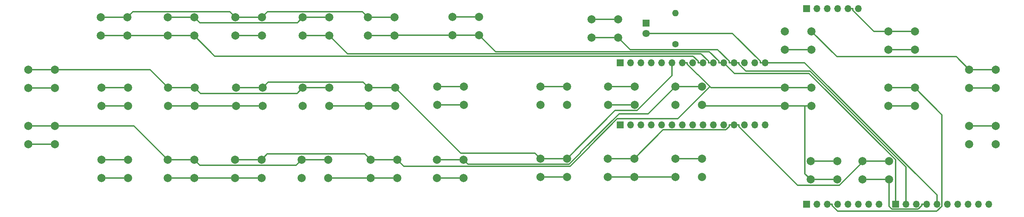
<source format=gbr>
G04 #@! TF.GenerationSoftware,KiCad,Pcbnew,(5.0.2)-1*
G04 #@! TF.CreationDate,2019-08-02T19:21:12-04:00*
G04 #@! TF.ProjectId,A-10C-UFC,412d3130-432d-4554-9643-2e6b69636164,1.2*
G04 #@! TF.SameCoordinates,Original*
G04 #@! TF.FileFunction,Copper,L1,Top*
G04 #@! TF.FilePolarity,Positive*
%FSLAX46Y46*%
G04 Gerber Fmt 4.6, Leading zero omitted, Abs format (unit mm)*
G04 Created by KiCad (PCBNEW (5.0.2)-1) date 8/2/2019 7:21:12 PM*
%MOMM*%
%LPD*%
G01*
G04 APERTURE LIST*
G04 #@! TA.AperFunction,ComponentPad*
%ADD10C,2.000000*%
G04 #@! TD*
G04 #@! TA.AperFunction,ComponentPad*
%ADD11R,1.800000X1.800000*%
G04 #@! TD*
G04 #@! TA.AperFunction,ComponentPad*
%ADD12C,1.800000*%
G04 #@! TD*
G04 #@! TA.AperFunction,ComponentPad*
%ADD13R,1.700000X1.700000*%
G04 #@! TD*
G04 #@! TA.AperFunction,ComponentPad*
%ADD14O,1.700000X1.700000*%
G04 #@! TD*
G04 #@! TA.AperFunction,ComponentPad*
%ADD15C,1.600000*%
G04 #@! TD*
G04 #@! TA.AperFunction,ComponentPad*
%ADD16O,1.600000X1.600000*%
G04 #@! TD*
G04 #@! TA.AperFunction,Conductor*
%ADD17C,0.300000*%
G04 #@! TD*
G04 APERTURE END LIST*
D10*
G04 #@! TO.P,SW24,1*
G04 #@! TO.N,/Row6*
X219479000Y-85471000D03*
G04 #@! TO.P,SW24,2*
G04 #@! TO.N,/Col4*
X219479000Y-89971000D03*
G04 #@! TO.P,SW24,1*
G04 #@! TO.N,/Row6*
X212979000Y-85471000D03*
G04 #@! TO.P,SW24,2*
G04 #@! TO.N,/Col4*
X212979000Y-89971000D03*
G04 #@! TD*
G04 #@! TO.P,SW22,2*
G04 #@! TO.N,/Col4*
X196342000Y-107624000D03*
G04 #@! TO.P,SW22,1*
G04 #@! TO.N,/Row4*
X196342000Y-103124000D03*
G04 #@! TO.P,SW22,2*
G04 #@! TO.N,/Col4*
X202842000Y-107624000D03*
G04 #@! TO.P,SW22,1*
G04 #@! TO.N,/Row4*
X202842000Y-103124000D03*
G04 #@! TD*
G04 #@! TO.P,SW12,1*
G04 #@! TO.N,/Row6*
X144549000Y-68453000D03*
G04 #@! TO.P,SW12,2*
G04 #@! TO.N,/Col2*
X144549000Y-72953000D03*
G04 #@! TO.P,SW12,1*
G04 #@! TO.N,/Row6*
X138049000Y-68453000D03*
G04 #@! TO.P,SW12,2*
G04 #@! TO.N,/Col2*
X138049000Y-72953000D03*
G04 #@! TD*
G04 #@! TO.P,SW25,1*
G04 #@! TO.N,/Row1*
X219352000Y-103124000D03*
G04 #@! TO.P,SW25,2*
G04 #@! TO.N,/Col5*
X219352000Y-107624000D03*
G04 #@! TO.P,SW25,1*
G04 #@! TO.N,/Row1*
X212852000Y-103124000D03*
G04 #@! TO.P,SW25,2*
G04 #@! TO.N,/Col5*
X212852000Y-107624000D03*
G04 #@! TD*
G04 #@! TO.P,SW31,2*
G04 #@! TO.N,/Col6*
X275336000Y-108259000D03*
G04 #@! TO.P,SW31,1*
G04 #@! TO.N,/Row1*
X275336000Y-103759000D03*
G04 #@! TO.P,SW31,2*
G04 #@! TO.N,/Col6*
X281836000Y-108259000D03*
G04 #@! TO.P,SW31,1*
G04 #@! TO.N,/Row1*
X281836000Y-103759000D03*
G04 #@! TD*
G04 #@! TO.P,SW23,1*
G04 #@! TO.N,/Row5*
X215415000Y-68961000D03*
G04 #@! TO.P,SW23,2*
G04 #@! TO.N,/Col4*
X215415000Y-73461000D03*
G04 #@! TO.P,SW23,1*
G04 #@! TO.N,/Row5*
X208915000Y-68961000D03*
G04 #@! TO.P,SW23,2*
G04 #@! TO.N,/Col4*
X208915000Y-73461000D03*
G04 #@! TD*
G04 #@! TO.P,SW32,2*
G04 #@! TO.N,/Col6*
X281686000Y-76382000D03*
G04 #@! TO.P,SW32,1*
G04 #@! TO.N,/Row2*
X281686000Y-71882000D03*
G04 #@! TO.P,SW32,2*
G04 #@! TO.N,/Col6*
X288186000Y-76382000D03*
G04 #@! TO.P,SW32,1*
G04 #@! TO.N,/Row2*
X288186000Y-71882000D03*
G04 #@! TD*
G04 #@! TO.P,SW14,1*
G04 #@! TO.N,/Row2*
X144295000Y-103378000D03*
G04 #@! TO.P,SW14,2*
G04 #@! TO.N,/Col3*
X144295000Y-107878000D03*
G04 #@! TO.P,SW14,1*
G04 #@! TO.N,/Row2*
X137795000Y-103378000D03*
G04 #@! TO.P,SW14,2*
G04 #@! TO.N,/Col3*
X137795000Y-107878000D03*
G04 #@! TD*
G04 #@! TO.P,SW16,1*
G04 #@! TO.N,/Row4*
X160678000Y-85725000D03*
G04 #@! TO.P,SW16,2*
G04 #@! TO.N,/Col3*
X160678000Y-90225000D03*
G04 #@! TO.P,SW16,1*
G04 #@! TO.N,/Row4*
X154178000Y-85725000D03*
G04 #@! TO.P,SW16,2*
G04 #@! TO.N,/Col3*
X154178000Y-90225000D03*
G04 #@! TD*
G04 #@! TO.P,SW2,1*
G04 #@! TO.N,/Row2*
X77239000Y-95123000D03*
G04 #@! TO.P,SW2,2*
G04 #@! TO.N,/Col1*
X77239000Y-99623000D03*
G04 #@! TO.P,SW2,1*
G04 #@! TO.N,/Row2*
X70739000Y-95123000D03*
G04 #@! TO.P,SW2,2*
G04 #@! TO.N,/Col1*
X70739000Y-99623000D03*
G04 #@! TD*
G04 #@! TO.P,SW35,1*
G04 #@! TO.N,/Row5*
X307998000Y-95123000D03*
G04 #@! TO.P,SW35,2*
G04 #@! TO.N,/Col6*
X307998000Y-99623000D03*
G04 #@! TO.P,SW35,1*
G04 #@! TO.N,/Row5*
X301498000Y-95123000D03*
G04 #@! TO.P,SW35,2*
G04 #@! TO.N,/Col6*
X301498000Y-99623000D03*
G04 #@! TD*
G04 #@! TO.P,SW17,2*
G04 #@! TO.N,/Col3*
X154686000Y-107878000D03*
G04 #@! TO.P,SW17,1*
G04 #@! TO.N,/Row5*
X154686000Y-103378000D03*
G04 #@! TO.P,SW17,2*
G04 #@! TO.N,/Col3*
X161186000Y-107878000D03*
G04 #@! TO.P,SW17,1*
G04 #@! TO.N,/Row5*
X161186000Y-103378000D03*
G04 #@! TD*
G04 #@! TO.P,SW15,1*
G04 #@! TO.N,/Row3*
X160551000Y-68453000D03*
G04 #@! TO.P,SW15,2*
G04 #@! TO.N,/Col3*
X160551000Y-72953000D03*
G04 #@! TO.P,SW15,1*
G04 #@! TO.N,/Row3*
X154051000Y-68453000D03*
G04 #@! TO.P,SW15,2*
G04 #@! TO.N,/Col3*
X154051000Y-72953000D03*
G04 #@! TD*
G04 #@! TO.P,SW8,2*
G04 #@! TO.N,/Col2*
X104902000Y-107878000D03*
G04 #@! TO.P,SW8,1*
G04 #@! TO.N,/Row2*
X104902000Y-103378000D03*
G04 #@! TO.P,SW8,2*
G04 #@! TO.N,/Col2*
X111402000Y-107878000D03*
G04 #@! TO.P,SW8,1*
G04 #@! TO.N,/Row2*
X111402000Y-103378000D03*
G04 #@! TD*
G04 #@! TO.P,SW29,2*
G04 #@! TO.N,/Col5*
X256286000Y-90225000D03*
G04 #@! TO.P,SW29,1*
G04 #@! TO.N,/Row5*
X256286000Y-85725000D03*
G04 #@! TO.P,SW29,2*
G04 #@! TO.N,/Col5*
X262786000Y-90225000D03*
G04 #@! TO.P,SW29,1*
G04 #@! TO.N,/Row5*
X262786000Y-85725000D03*
G04 #@! TD*
G04 #@! TO.P,SW11,1*
G04 #@! TO.N,/Row5*
X127912000Y-103378000D03*
G04 #@! TO.P,SW11,2*
G04 #@! TO.N,/Col2*
X127912000Y-107878000D03*
G04 #@! TO.P,SW11,1*
G04 #@! TO.N,/Row5*
X121412000Y-103378000D03*
G04 #@! TO.P,SW11,2*
G04 #@! TO.N,/Col2*
X121412000Y-107878000D03*
G04 #@! TD*
G04 #@! TO.P,SW3,1*
G04 #@! TO.N,/Row3*
X95019000Y-68453000D03*
G04 #@! TO.P,SW3,2*
G04 #@! TO.N,/Col1*
X95019000Y-72953000D03*
G04 #@! TO.P,SW3,1*
G04 #@! TO.N,/Row3*
X88519000Y-68453000D03*
G04 #@! TO.P,SW3,2*
G04 #@! TO.N,/Col1*
X88519000Y-72953000D03*
G04 #@! TD*
G04 #@! TO.P,SW6,2*
G04 #@! TO.N,/Col1*
X104902000Y-72953000D03*
G04 #@! TO.P,SW6,1*
G04 #@! TO.N,/Row6*
X104902000Y-68453000D03*
G04 #@! TO.P,SW6,2*
G04 #@! TO.N,/Col1*
X111402000Y-72953000D03*
G04 #@! TO.P,SW6,1*
G04 #@! TO.N,/Row6*
X111402000Y-68453000D03*
G04 #@! TD*
G04 #@! TO.P,SW18,2*
G04 #@! TO.N,/Col3*
X174752000Y-72826000D03*
G04 #@! TO.P,SW18,1*
G04 #@! TO.N,/Row6*
X174752000Y-68326000D03*
G04 #@! TO.P,SW18,2*
G04 #@! TO.N,/Col3*
X181252000Y-72826000D03*
G04 #@! TO.P,SW18,1*
G04 #@! TO.N,/Row6*
X181252000Y-68326000D03*
G04 #@! TD*
D11*
G04 #@! TO.P,D1,1*
G04 #@! TO.N,Net-(D1-Pad1)*
X222250000Y-69850000D03*
D12*
G04 #@! TO.P,D1,2*
G04 #@! TO.N,/MastCaut*
X222250000Y-72390000D03*
G04 #@! TD*
D10*
G04 #@! TO.P,SW19,2*
G04 #@! TO.N,/Col4*
X171069000Y-89971000D03*
G04 #@! TO.P,SW19,1*
G04 #@! TO.N,/Row1*
X171069000Y-85471000D03*
G04 #@! TO.P,SW19,2*
G04 #@! TO.N,/Col4*
X177569000Y-89971000D03*
G04 #@! TO.P,SW19,1*
G04 #@! TO.N,/Row1*
X177569000Y-85471000D03*
G04 #@! TD*
G04 #@! TO.P,SW33,2*
G04 #@! TO.N,/Col6*
X281686000Y-90225000D03*
G04 #@! TO.P,SW33,1*
G04 #@! TO.N,/Row3*
X281686000Y-85725000D03*
G04 #@! TO.P,SW33,2*
G04 #@! TO.N,/Col6*
X288186000Y-90225000D03*
G04 #@! TO.P,SW33,1*
G04 #@! TO.N,/Row3*
X288186000Y-85725000D03*
G04 #@! TD*
G04 #@! TO.P,SW20,2*
G04 #@! TO.N,/Col4*
X170942000Y-107878000D03*
G04 #@! TO.P,SW20,1*
G04 #@! TO.N,/Row2*
X170942000Y-103378000D03*
G04 #@! TO.P,SW20,2*
G04 #@! TO.N,/Col4*
X177442000Y-107878000D03*
G04 #@! TO.P,SW20,1*
G04 #@! TO.N,/Row2*
X177442000Y-103378000D03*
G04 #@! TD*
G04 #@! TO.P,SW7,2*
G04 #@! TO.N,/Col2*
X105029000Y-90225000D03*
G04 #@! TO.P,SW7,1*
G04 #@! TO.N,/Row1*
X105029000Y-85725000D03*
G04 #@! TO.P,SW7,2*
G04 #@! TO.N,/Col2*
X111529000Y-90225000D03*
G04 #@! TO.P,SW7,1*
G04 #@! TO.N,/Row1*
X111529000Y-85725000D03*
G04 #@! TD*
G04 #@! TO.P,SW30,2*
G04 #@! TO.N,/Col5*
X262636000Y-108259000D03*
G04 #@! TO.P,SW30,1*
G04 #@! TO.N,/Row6*
X262636000Y-103759000D03*
G04 #@! TO.P,SW30,2*
G04 #@! TO.N,/Col5*
X269136000Y-108259000D03*
G04 #@! TO.P,SW30,1*
G04 #@! TO.N,/Row6*
X269136000Y-103759000D03*
G04 #@! TD*
G04 #@! TO.P,SW13,1*
G04 #@! TO.N,/Row1*
X144549000Y-85725000D03*
G04 #@! TO.P,SW13,2*
G04 #@! TO.N,/Col3*
X144549000Y-90225000D03*
G04 #@! TO.P,SW13,1*
G04 #@! TO.N,/Row1*
X138049000Y-85725000D03*
G04 #@! TO.P,SW13,2*
G04 #@! TO.N,/Col3*
X138049000Y-90225000D03*
G04 #@! TD*
G04 #@! TO.P,SW10,2*
G04 #@! TO.N,/Col2*
X121666000Y-90225000D03*
G04 #@! TO.P,SW10,1*
G04 #@! TO.N,/Row4*
X121666000Y-85725000D03*
G04 #@! TO.P,SW10,2*
G04 #@! TO.N,/Col2*
X128166000Y-90225000D03*
G04 #@! TO.P,SW10,1*
G04 #@! TO.N,/Row4*
X128166000Y-85725000D03*
G04 #@! TD*
D13*
G04 #@! TO.P,J2,1*
G04 #@! TO.N,/Col3*
X283464000Y-114300000D03*
D14*
G04 #@! TO.P,J2,2*
G04 #@! TO.N,/Col4*
X286004000Y-114300000D03*
G04 #@! TO.P,J2,3*
G04 #@! TO.N,/Col5*
X288544000Y-114300000D03*
G04 #@! TO.P,J2,4*
G04 #@! TO.N,/Col6*
X291084000Y-114300000D03*
G04 #@! TO.P,J2,5*
G04 #@! TO.N,/MastCaut*
X293624000Y-114300000D03*
G04 #@! TO.P,J2,6*
G04 #@! TO.N,Net-(J2-Pad6)*
X296164000Y-114300000D03*
G04 #@! TO.P,J2,7*
G04 #@! TO.N,GND*
X298704000Y-114300000D03*
G04 #@! TO.P,J2,8*
G04 #@! TO.N,Net-(J2-Pad8)*
X301244000Y-114300000D03*
G04 #@! TO.P,J2,9*
G04 #@! TO.N,Net-(J2-Pad9)*
X303784000Y-114300000D03*
G04 #@! TO.P,J2,10*
G04 #@! TO.N,Net-(J2-Pad10)*
X306324000Y-114300000D03*
G04 #@! TD*
D10*
G04 #@! TO.P,SW27,1*
G04 #@! TO.N,/Row3*
X235989000Y-103124000D03*
G04 #@! TO.P,SW27,2*
G04 #@! TO.N,/Col5*
X235989000Y-107624000D03*
G04 #@! TO.P,SW27,1*
G04 #@! TO.N,/Row3*
X229489000Y-103124000D03*
G04 #@! TO.P,SW27,2*
G04 #@! TO.N,/Col5*
X229489000Y-107624000D03*
G04 #@! TD*
G04 #@! TO.P,SW9,2*
G04 #@! TO.N,/Col2*
X121539000Y-72953000D03*
G04 #@! TO.P,SW9,1*
G04 #@! TO.N,/Row3*
X121539000Y-68453000D03*
G04 #@! TO.P,SW9,2*
G04 #@! TO.N,/Col2*
X128039000Y-72953000D03*
G04 #@! TO.P,SW9,1*
G04 #@! TO.N,/Row3*
X128039000Y-68453000D03*
G04 #@! TD*
G04 #@! TO.P,SW34,1*
G04 #@! TO.N,/Row4*
X307998000Y-81280000D03*
G04 #@! TO.P,SW34,2*
G04 #@! TO.N,/Col6*
X307998000Y-85780000D03*
G04 #@! TO.P,SW34,1*
G04 #@! TO.N,/Row4*
X301498000Y-81280000D03*
G04 #@! TO.P,SW34,2*
G04 #@! TO.N,/Col6*
X301498000Y-85780000D03*
G04 #@! TD*
D13*
G04 #@! TO.P,J3,1*
G04 #@! TO.N,Net-(J3-Pad1)*
X261620000Y-66344800D03*
D14*
G04 #@! TO.P,J3,2*
G04 #@! TO.N,Net-(J3-Pad2)*
X264160000Y-66344800D03*
G04 #@! TO.P,J3,3*
G04 #@! TO.N,Net-(J3-Pad3)*
X266700000Y-66344800D03*
G04 #@! TO.P,J3,4*
G04 #@! TO.N,Net-(J3-Pad4)*
X269240000Y-66344800D03*
G04 #@! TO.P,J3,5*
G04 #@! TO.N,/Row2*
X271780000Y-66344800D03*
G04 #@! TO.P,J3,6*
G04 #@! TO.N,/Row1*
X274320000Y-66344800D03*
G04 #@! TD*
D15*
G04 #@! TO.P,R1,1*
G04 #@! TO.N,GND*
X229489000Y-75057000D03*
D16*
G04 #@! TO.P,R1,2*
G04 #@! TO.N,Net-(D1-Pad1)*
X229489000Y-67437000D03*
G04 #@! TD*
D10*
G04 #@! TO.P,SW5,2*
G04 #@! TO.N,/Col1*
X88646000Y-107878000D03*
G04 #@! TO.P,SW5,1*
G04 #@! TO.N,/Row5*
X88646000Y-103378000D03*
G04 #@! TO.P,SW5,2*
G04 #@! TO.N,/Col1*
X95146000Y-107878000D03*
G04 #@! TO.P,SW5,1*
G04 #@! TO.N,/Row5*
X95146000Y-103378000D03*
G04 #@! TD*
G04 #@! TO.P,SW28,2*
G04 #@! TO.N,/Col5*
X256286000Y-76382000D03*
G04 #@! TO.P,SW28,1*
G04 #@! TO.N,/Row4*
X256286000Y-71882000D03*
G04 #@! TO.P,SW28,2*
G04 #@! TO.N,/Col5*
X262786000Y-76382000D03*
G04 #@! TO.P,SW28,1*
G04 #@! TO.N,/Row4*
X262786000Y-71882000D03*
G04 #@! TD*
G04 #@! TO.P,SW21,2*
G04 #@! TO.N,/Col4*
X196342000Y-89971000D03*
G04 #@! TO.P,SW21,1*
G04 #@! TO.N,/Row3*
X196342000Y-85471000D03*
G04 #@! TO.P,SW21,2*
G04 #@! TO.N,/Col4*
X202842000Y-89971000D03*
G04 #@! TO.P,SW21,1*
G04 #@! TO.N,/Row3*
X202842000Y-85471000D03*
G04 #@! TD*
D13*
G04 #@! TO.P,J1,1*
G04 #@! TO.N,Net-(J1-Pad1)*
X261620000Y-114300000D03*
D14*
G04 #@! TO.P,J1,2*
G04 #@! TO.N,Net-(J1-Pad2)*
X264160000Y-114300000D03*
G04 #@! TO.P,J1,3*
G04 #@! TO.N,/Row3*
X266700000Y-114300000D03*
G04 #@! TO.P,J1,4*
G04 #@! TO.N,/Row4*
X269240000Y-114300000D03*
G04 #@! TO.P,J1,5*
G04 #@! TO.N,/Row5*
X271780000Y-114300000D03*
G04 #@! TO.P,J1,6*
G04 #@! TO.N,/Row6*
X274320000Y-114300000D03*
G04 #@! TO.P,J1,7*
G04 #@! TO.N,/Col1*
X276860000Y-114300000D03*
G04 #@! TO.P,J1,8*
G04 #@! TO.N,/Col2*
X279400000Y-114300000D03*
G04 #@! TD*
D10*
G04 #@! TO.P,SW1,1*
G04 #@! TO.N,/Row1*
X77239000Y-81280000D03*
G04 #@! TO.P,SW1,2*
G04 #@! TO.N,/Col1*
X77239000Y-85780000D03*
G04 #@! TO.P,SW1,1*
G04 #@! TO.N,/Row1*
X70739000Y-81280000D03*
G04 #@! TO.P,SW1,2*
G04 #@! TO.N,/Col1*
X70739000Y-85780000D03*
G04 #@! TD*
G04 #@! TO.P,SW4,1*
G04 #@! TO.N,/Row4*
X95146000Y-85725000D03*
G04 #@! TO.P,SW4,2*
G04 #@! TO.N,/Col1*
X95146000Y-90225000D03*
G04 #@! TO.P,SW4,1*
G04 #@! TO.N,/Row4*
X88646000Y-85725000D03*
G04 #@! TO.P,SW4,2*
G04 #@! TO.N,/Col1*
X88646000Y-90225000D03*
G04 #@! TD*
G04 #@! TO.P,SW26,1*
G04 #@! TO.N,/Row2*
X235989000Y-85471000D03*
G04 #@! TO.P,SW26,2*
G04 #@! TO.N,/Col5*
X235989000Y-89971000D03*
G04 #@! TO.P,SW26,1*
G04 #@! TO.N,/Row2*
X229489000Y-85471000D03*
G04 #@! TO.P,SW26,2*
G04 #@! TO.N,/Col5*
X229489000Y-89971000D03*
G04 #@! TD*
D14*
G04 #@! TO.P,J4,15*
G04 #@! TO.N,/MastCaut*
X251460000Y-79603600D03*
G04 #@! TO.P,J4,14*
G04 #@! TO.N,/Col6*
X248920000Y-79603600D03*
G04 #@! TO.P,J4,13*
G04 #@! TO.N,/Col5*
X246380000Y-79603600D03*
G04 #@! TO.P,J4,12*
G04 #@! TO.N,/Col4*
X243840000Y-79603600D03*
G04 #@! TO.P,J4,11*
G04 #@! TO.N,/Col3*
X241300000Y-79603600D03*
G04 #@! TO.P,J4,10*
G04 #@! TO.N,/Col2*
X238760000Y-79603600D03*
G04 #@! TO.P,J4,9*
G04 #@! TO.N,/Col1*
X236220000Y-79603600D03*
G04 #@! TO.P,J4,8*
G04 #@! TO.N,/Row6*
X233680000Y-79603600D03*
G04 #@! TO.P,J4,7*
G04 #@! TO.N,/Row5*
X231140000Y-79603600D03*
G04 #@! TO.P,J4,6*
G04 #@! TO.N,/Row4*
X228600000Y-79603600D03*
G04 #@! TO.P,J4,5*
G04 #@! TO.N,/Row3*
X226060000Y-79603600D03*
G04 #@! TO.P,J4,4*
G04 #@! TO.N,GND*
X223520000Y-79603600D03*
G04 #@! TO.P,J4,3*
G04 #@! TO.N,Net-(J4-Pad3)*
X220980000Y-79603600D03*
G04 #@! TO.P,J4,2*
G04 #@! TO.N,Net-(J4-Pad2)*
X218440000Y-79603600D03*
D13*
G04 #@! TO.P,J4,1*
G04 #@! TO.N,Net-(J4-Pad1)*
X215900000Y-79603600D03*
G04 #@! TD*
G04 #@! TO.P,J5,1*
G04 #@! TO.N,Net-(J5-Pad1)*
X215900000Y-94869000D03*
D14*
G04 #@! TO.P,J5,2*
G04 #@! TO.N,GND*
X218440000Y-94869000D03*
G04 #@! TO.P,J5,3*
G04 #@! TO.N,Net-(J5-Pad3)*
X220980000Y-94869000D03*
G04 #@! TO.P,J5,4*
G04 #@! TO.N,Net-(J5-Pad4)*
X223520000Y-94869000D03*
G04 #@! TO.P,J5,5*
G04 #@! TO.N,Net-(J5-Pad5)*
X226060000Y-94869000D03*
G04 #@! TO.P,J5,6*
G04 #@! TO.N,Net-(J5-Pad6)*
X228600000Y-94869000D03*
G04 #@! TO.P,J5,7*
G04 #@! TO.N,Net-(J5-Pad7)*
X231140000Y-94869000D03*
G04 #@! TO.P,J5,8*
G04 #@! TO.N,Net-(J5-Pad8)*
X233680000Y-94869000D03*
G04 #@! TO.P,J5,9*
G04 #@! TO.N,Net-(J5-Pad9)*
X236220000Y-94869000D03*
G04 #@! TO.P,J5,10*
G04 #@! TO.N,Net-(J5-Pad10)*
X238760000Y-94869000D03*
G04 #@! TO.P,J5,11*
G04 #@! TO.N,/Row2*
X241300000Y-94869000D03*
G04 #@! TO.P,J5,12*
G04 #@! TO.N,/Row1*
X243840000Y-94869000D03*
G04 #@! TO.P,J5,13*
G04 #@! TO.N,Net-(J5-Pad13)*
X246380000Y-94869000D03*
G04 #@! TO.P,J5,14*
G04 #@! TO.N,Net-(J5-Pad14)*
X248920000Y-94869000D03*
G04 #@! TO.P,J5,15*
G04 #@! TO.N,Net-(J5-Pad15)*
X251460000Y-94869000D03*
G04 #@! TD*
D17*
G04 #@! TO.N,/MastCaut*
X251460000Y-79603600D02*
X250259700Y-79603600D01*
X250259700Y-79603600D02*
X250259700Y-79228500D01*
X250259700Y-79228500D02*
X243421200Y-72390000D01*
X243421200Y-72390000D02*
X222250000Y-72390000D01*
X251460000Y-79603600D02*
X261144300Y-79603600D01*
X261144300Y-79603600D02*
X293624000Y-112083300D01*
X293624000Y-112083300D02*
X293624000Y-114300000D01*
G04 #@! TO.N,/Row1*
X77239000Y-81280000D02*
X70739000Y-81280000D01*
X105029000Y-85725000D02*
X100584000Y-81280000D01*
X100584000Y-81280000D02*
X77239000Y-81280000D01*
X275336000Y-103759000D02*
X275336000Y-103969300D01*
X275336000Y-103969300D02*
X269645100Y-109660200D01*
X269645100Y-109660200D02*
X259458400Y-109660200D01*
X259458400Y-109660200D02*
X245040300Y-95242100D01*
X245040300Y-95242100D02*
X245040300Y-94869000D01*
X281836000Y-103759000D02*
X275336000Y-103759000D01*
X243840000Y-94869000D02*
X245040300Y-94869000D01*
X243840000Y-94869000D02*
X242639700Y-94869000D01*
X242639700Y-94869000D02*
X242639700Y-95244200D01*
X242639700Y-95244200D02*
X241814600Y-96069300D01*
X241814600Y-96069300D02*
X226406700Y-96069300D01*
X226406700Y-96069300D02*
X219352000Y-103124000D01*
X219352000Y-103124000D02*
X212852000Y-103124000D01*
X138049000Y-85725000D02*
X136642800Y-87131200D01*
X136642800Y-87131200D02*
X112935200Y-87131200D01*
X112935200Y-87131200D02*
X111529000Y-85725000D01*
X144549000Y-85725000D02*
X138049000Y-85725000D01*
X111529000Y-85725000D02*
X105029000Y-85725000D01*
X177569000Y-85471000D02*
X171069000Y-85471000D01*
G04 #@! TO.N,/Row2*
X77239000Y-95123000D02*
X70739000Y-95123000D01*
X104902000Y-103378000D02*
X96647000Y-95123000D01*
X96647000Y-95123000D02*
X77239000Y-95123000D01*
X229489000Y-85471000D02*
X222801900Y-92158100D01*
X222801900Y-92158100D02*
X215621300Y-92158100D01*
X215621300Y-92158100D02*
X206196100Y-101583300D01*
X206196100Y-101583300D02*
X206196100Y-101690500D01*
X206196100Y-101690500D02*
X203374200Y-104512400D01*
X203374200Y-104512400D02*
X178576400Y-104512400D01*
X178576400Y-104512400D02*
X177442000Y-103378000D01*
X235989000Y-85471000D02*
X229489000Y-85471000D01*
X111402000Y-103378000D02*
X104902000Y-103378000D01*
X137795000Y-103378000D02*
X136388800Y-104784200D01*
X136388800Y-104784200D02*
X112808200Y-104784200D01*
X112808200Y-104784200D02*
X111402000Y-103378000D01*
X281686000Y-71882000D02*
X288186000Y-71882000D01*
X272980300Y-66344800D02*
X272980300Y-66717900D01*
X272980300Y-66717900D02*
X278144400Y-71882000D01*
X278144400Y-71882000D02*
X281686000Y-71882000D01*
X271780000Y-66344800D02*
X272980300Y-66344800D01*
X137795000Y-103378000D02*
X144295000Y-103378000D01*
X177442000Y-103378000D02*
X170942000Y-103378000D01*
G04 #@! TO.N,/Row3*
X267900300Y-114300000D02*
X267900300Y-114675100D01*
X267900300Y-114675100D02*
X269273000Y-116047800D01*
X269273000Y-116047800D02*
X293580200Y-116047800D01*
X293580200Y-116047800D02*
X294828100Y-114799900D01*
X294828100Y-114799900D02*
X294828100Y-92367100D01*
X294828100Y-92367100D02*
X288186000Y-85725000D01*
X266700000Y-114300000D02*
X267900300Y-114300000D01*
X95019000Y-68453000D02*
X88519000Y-68453000D01*
X121539000Y-68453000D02*
X120184500Y-67098500D01*
X120184500Y-67098500D02*
X96373500Y-67098500D01*
X96373500Y-67098500D02*
X95019000Y-68453000D01*
X128039000Y-68453000D02*
X121539000Y-68453000D01*
X154051000Y-68453000D02*
X152695900Y-67097900D01*
X152695900Y-67097900D02*
X129394100Y-67097900D01*
X129394100Y-67097900D02*
X128039000Y-68453000D01*
X154051000Y-68453000D02*
X160551000Y-68453000D01*
X229489000Y-103124000D02*
X235989000Y-103124000D01*
X288186000Y-85725000D02*
X281686000Y-85725000D01*
X202842000Y-85471000D02*
X196342000Y-85471000D01*
G04 #@! TO.N,/Row4*
X228600000Y-79603600D02*
X228600000Y-82778400D01*
X228600000Y-82778400D02*
X220057100Y-91321300D01*
X220057100Y-91321300D02*
X214644700Y-91321300D01*
X214644700Y-91321300D02*
X202842000Y-103124000D01*
X196342000Y-103124000D02*
X195024300Y-101806300D01*
X195024300Y-101806300D02*
X176759300Y-101806300D01*
X176759300Y-101806300D02*
X160678000Y-85725000D01*
X202842000Y-103124000D02*
X196342000Y-103124000D01*
X154178000Y-85725000D02*
X152824800Y-84371800D01*
X152824800Y-84371800D02*
X129519200Y-84371800D01*
X129519200Y-84371800D02*
X128166000Y-85725000D01*
X160678000Y-85725000D02*
X154178000Y-85725000D01*
X262786000Y-71882000D02*
X269040800Y-78136800D01*
X269040800Y-78136800D02*
X298354800Y-78136800D01*
X298354800Y-78136800D02*
X301498000Y-81280000D01*
X301498000Y-81280000D02*
X307998000Y-81280000D01*
X88646000Y-85725000D02*
X95146000Y-85725000D01*
X121666000Y-85725000D02*
X128166000Y-85725000D01*
G04 #@! TO.N,/Row5*
X161186000Y-103378000D02*
X154686000Y-103378000D01*
X237916000Y-85479600D02*
X230046700Y-93348900D01*
X230046700Y-93348900D02*
X215170900Y-93348900D01*
X215170900Y-93348900D02*
X208346000Y-100173800D01*
X208346000Y-100173800D02*
X208346000Y-100264700D01*
X208346000Y-100264700D02*
X203597900Y-105012800D01*
X203597900Y-105012800D02*
X162820800Y-105012800D01*
X162820800Y-105012800D02*
X161186000Y-103378000D01*
X256286000Y-85725000D02*
X238161400Y-85725000D01*
X238161400Y-85725000D02*
X237916000Y-85479600D01*
X232340300Y-79603600D02*
X232340300Y-79978700D01*
X232340300Y-79978700D02*
X234885700Y-82524100D01*
X234885700Y-82524100D02*
X234960500Y-82524100D01*
X234960500Y-82524100D02*
X237916000Y-85479600D01*
X231140000Y-79603600D02*
X232340300Y-79603600D01*
X256286000Y-85725000D02*
X262786000Y-85725000D01*
X208915000Y-68961000D02*
X215415000Y-68961000D01*
X301498000Y-95123000D02*
X307998000Y-95123000D01*
X121412000Y-103378000D02*
X127912000Y-103378000D01*
X154686000Y-103378000D02*
X153290300Y-101982300D01*
X153290300Y-101982300D02*
X129307700Y-101982300D01*
X129307700Y-101982300D02*
X127912000Y-103378000D01*
X95146000Y-103378000D02*
X88646000Y-103378000D01*
G04 #@! TO.N,/Row6*
X219479000Y-85471000D02*
X212979000Y-85471000D01*
X269136000Y-103759000D02*
X262636000Y-103759000D01*
X111402000Y-68453000D02*
X104902000Y-68453000D01*
X138049000Y-68453000D02*
X136698600Y-69803400D01*
X136698600Y-69803400D02*
X112752400Y-69803400D01*
X112752400Y-69803400D02*
X111402000Y-68453000D01*
X138049000Y-68453000D02*
X144549000Y-68453000D01*
X181252000Y-68326000D02*
X174752000Y-68326000D01*
G04 #@! TO.N,/Col1*
X95019000Y-72953000D02*
X88519000Y-72953000D01*
X104902000Y-72953000D02*
X95019000Y-72953000D01*
X236220000Y-79603600D02*
X235019700Y-79603600D01*
X111402000Y-72953000D02*
X116425100Y-77976100D01*
X116425100Y-77976100D02*
X233765200Y-77976100D01*
X233765200Y-77976100D02*
X235019700Y-79230600D01*
X235019700Y-79230600D02*
X235019700Y-79603600D01*
X104902000Y-72953000D02*
X111402000Y-72953000D01*
X70739000Y-99623000D02*
X77239000Y-99623000D01*
X70739000Y-85780000D02*
X77239000Y-85780000D01*
X88646000Y-90225000D02*
X95146000Y-90225000D01*
X95146000Y-107878000D02*
X88646000Y-107878000D01*
G04 #@! TO.N,/Col2*
X144549000Y-72953000D02*
X148998700Y-77402700D01*
X148998700Y-77402700D02*
X235731800Y-77402700D01*
X235731800Y-77402700D02*
X237559700Y-79230600D01*
X237559700Y-79230600D02*
X237559700Y-79603600D01*
X144549000Y-72953000D02*
X138049000Y-72953000D01*
X238760000Y-79603600D02*
X237559700Y-79603600D01*
X121412000Y-107878000D02*
X127912000Y-107878000D01*
X111402000Y-107878000D02*
X121412000Y-107878000D01*
X104902000Y-107878000D02*
X111402000Y-107878000D01*
X111529000Y-90225000D02*
X105029000Y-90225000D01*
X121666000Y-90225000D02*
X111529000Y-90225000D01*
X128166000Y-90225000D02*
X121666000Y-90225000D01*
X121539000Y-72953000D02*
X128039000Y-72953000D01*
G04 #@! TO.N,/Col3*
X241300000Y-79603600D02*
X243909900Y-82213500D01*
X243909900Y-82213500D02*
X262243800Y-82213500D01*
X262243800Y-82213500D02*
X283464000Y-103433700D01*
X283464000Y-103433700D02*
X283464000Y-114300000D01*
X181252000Y-72826000D02*
X185328300Y-76902300D01*
X185328300Y-76902300D02*
X237773500Y-76902300D01*
X237773500Y-76902300D02*
X240099700Y-79228500D01*
X240099700Y-79228500D02*
X240099700Y-79603600D01*
X241300000Y-79603600D02*
X240099700Y-79603600D01*
X144295000Y-107878000D02*
X154686000Y-107878000D01*
X154686000Y-107878000D02*
X161186000Y-107878000D01*
X154178000Y-90225000D02*
X160678000Y-90225000D01*
X144549000Y-90225000D02*
X154178000Y-90225000D01*
X154051000Y-72953000D02*
X160551000Y-72953000D01*
X174752000Y-72826000D02*
X160678000Y-72826000D01*
X160678000Y-72826000D02*
X160551000Y-72953000D01*
X181252000Y-72826000D02*
X174752000Y-72826000D01*
G04 #@! TO.N,/Col4*
X245040300Y-79603600D02*
X245040300Y-79976700D01*
X245040300Y-79976700D02*
X246749300Y-81685700D01*
X246749300Y-81685700D02*
X262492600Y-81685700D01*
X262492600Y-81685700D02*
X286004000Y-105197100D01*
X286004000Y-105197100D02*
X286004000Y-114300000D01*
X243840000Y-79603600D02*
X245040300Y-79603600D01*
X243840000Y-79603600D02*
X242639700Y-79603600D01*
X242639700Y-79603600D02*
X242639700Y-79228500D01*
X242639700Y-79228500D02*
X239813100Y-76401900D01*
X239813100Y-76401900D02*
X218355900Y-76401900D01*
X218355900Y-76401900D02*
X215415000Y-73461000D01*
X212979000Y-89971000D02*
X219479000Y-89971000D01*
X196342000Y-107624000D02*
X202842000Y-107624000D01*
X215415000Y-73461000D02*
X208915000Y-73461000D01*
X170942000Y-107878000D02*
X177442000Y-107878000D01*
X177569000Y-89971000D02*
X171069000Y-89971000D01*
G04 #@! TO.N,/Col5*
X219352000Y-107624000D02*
X212852000Y-107624000D01*
X229489000Y-107624000D02*
X219352000Y-107624000D01*
X261218800Y-90225000D02*
X256286000Y-90225000D01*
X262786000Y-90225000D02*
X261218800Y-90225000D01*
X261218800Y-90225000D02*
X261218800Y-106841800D01*
X261218800Y-106841800D02*
X262636000Y-108259000D01*
X256286000Y-90225000D02*
X236243000Y-90225000D01*
X236243000Y-90225000D02*
X235989000Y-89971000D01*
X269136000Y-108259000D02*
X262636000Y-108259000D01*
X262786000Y-76382000D02*
X256286000Y-76382000D01*
G04 #@! TO.N,/Col6*
X281836000Y-108259000D02*
X281836000Y-114883100D01*
X281836000Y-114883100D02*
X282500300Y-115547400D01*
X282500300Y-115547400D02*
X289009300Y-115547400D01*
X289009300Y-115547400D02*
X289883700Y-114673000D01*
X289883700Y-114673000D02*
X289883700Y-114300000D01*
X291084000Y-114300000D02*
X289883700Y-114300000D01*
X281836000Y-108259000D02*
X275336000Y-108259000D01*
X301498000Y-85780000D02*
X307998000Y-85780000D01*
X288186000Y-76382000D02*
X281686000Y-76382000D01*
X288186000Y-90225000D02*
X281686000Y-90225000D01*
G04 #@! TD*
M02*

</source>
